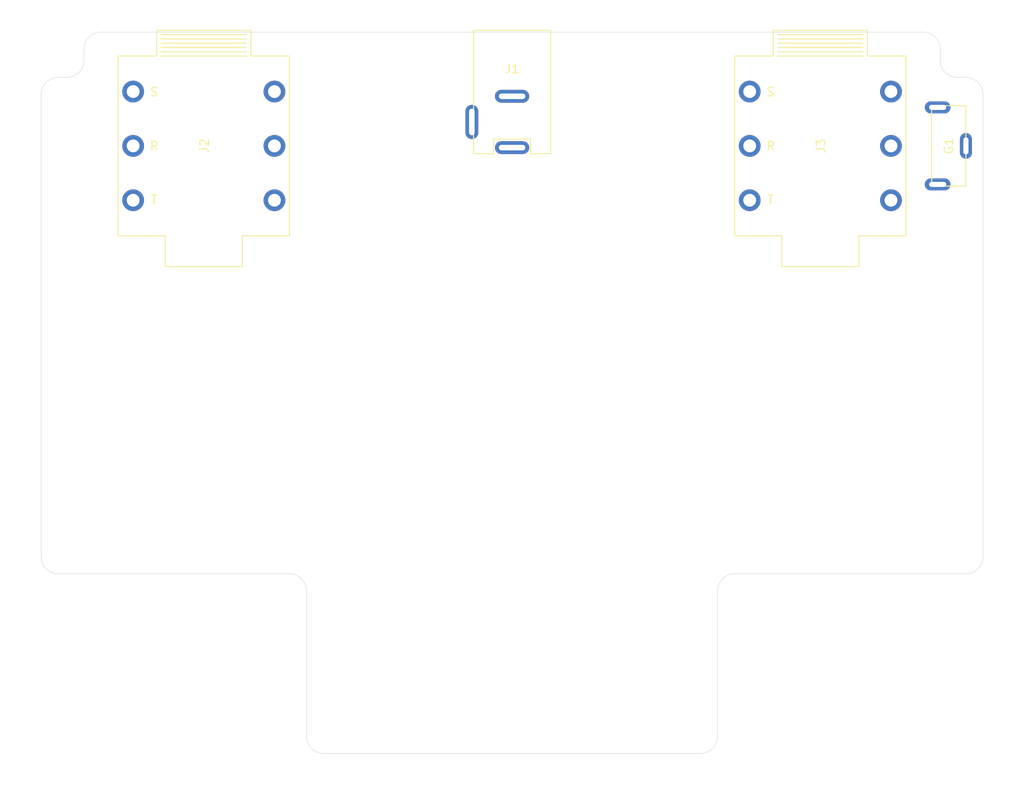
<source format=kicad_pcb>
(kicad_pcb (version 20171130) (host pcbnew "(5.1.10)-1")

  (general
    (thickness 1.6)
    (drawings 52)
    (tracks 0)
    (zones 0)
    (modules 4)
    (nets 8)
  )

  (page A4)
  (layers
    (0 F.Cu signal)
    (31 B.Cu signal)
    (32 B.Adhes user)
    (33 F.Adhes user)
    (34 B.Paste user)
    (35 F.Paste user)
    (36 B.SilkS user)
    (37 F.SilkS user)
    (38 B.Mask user)
    (39 F.Mask user)
    (40 Dwgs.User user)
    (41 Cmts.User user hide)
    (44 Edge.Cuts user)
    (45 Margin user)
    (46 B.CrtYd user hide)
    (47 F.CrtYd user hide)
    (48 B.Fab user hide)
    (49 F.Fab user hide)
  )

  (setup
    (last_trace_width 0.15)
    (user_trace_width 0.25)
    (user_trace_width 0.5)
    (user_trace_width 1)
    (trace_clearance 0.2)
    (zone_clearance 0.25)
    (zone_45_only no)
    (trace_min 0.15)
    (via_size 0.8)
    (via_drill 0.4)
    (via_min_size 0.8)
    (via_min_drill 0.4)
    (uvia_size 0.45)
    (uvia_drill 0.2)
    (uvias_allowed no)
    (uvia_min_size 0.45)
    (uvia_min_drill 0.2)
    (edge_width 0.05)
    (segment_width 0.2)
    (pcb_text_width 0.3)
    (pcb_text_size 1.5 1.5)
    (mod_edge_width 0.12)
    (mod_text_size 1 1)
    (mod_text_width 0.15)
    (pad_size 1.524 1.524)
    (pad_drill 0.762)
    (pad_to_mask_clearance 0)
    (aux_axis_origin 0 0)
    (visible_elements 7FFFFFFF)
    (pcbplotparams
      (layerselection 0x010fc_ffffffff)
      (usegerberextensions false)
      (usegerberattributes true)
      (usegerberadvancedattributes true)
      (creategerberjobfile true)
      (excludeedgelayer true)
      (linewidth 0.100000)
      (plotframeref false)
      (viasonmask false)
      (mode 1)
      (useauxorigin false)
      (hpglpennumber 1)
      (hpglpenspeed 20)
      (hpglpendiameter 15.000000)
      (psnegative false)
      (psa4output false)
      (plotreference true)
      (plotvalue true)
      (plotinvisibletext false)
      (padsonsilk false)
      (subtractmaskfromsilk false)
      (outputformat 1)
      (mirror false)
      (drillshape 0)
      (scaleselection 1)
      (outputdirectory "gerber-files/"))
  )

  (net 0 "")
  (net 1 Earth)
  (net 2 "Net-(J1-Pad1)")
  (net 3 "Net-(J1-Pad2)")
  (net 4 "Net-(J1-Pad3)")
  (net 5 "Net-(J2-Pad5)")
  (net 6 /input_jack)
  (net 7 /output_jack)

  (net_class Default "This is the default net class."
    (clearance 0.2)
    (trace_width 0.15)
    (via_dia 0.8)
    (via_drill 0.4)
    (uvia_dia 0.45)
    (uvia_drill 0.2)
    (add_net /input_jack)
    (add_net /output_jack)
    (add_net "Net-(J1-Pad1)")
    (add_net "Net-(J1-Pad2)")
    (add_net "Net-(J1-Pad3)")
    (add_net "Net-(J2-Pad5)")
  )

  (net_class PWR ""
    (clearance 0.2)
    (trace_width 0.25)
    (via_dia 0.8)
    (via_drill 0.4)
    (uvia_dia 0.45)
    (uvia_drill 0.2)
    (add_net Earth)
  )

  (module bca-footprints:DC_Jack_DC005 locked (layer F.Cu) (tedit 61FC325F) (tstamp 620E18F1)
    (at 0 -43.5)
    (path /626C720D)
    (fp_text reference J1 (at 0 4.5) (layer F.SilkS)
      (effects (font (size 1 1) (thickness 0.15)))
    )
    (fp_text value Barrel_Jack_Switch (at 0 1.2) (layer F.Fab)
      (effects (font (size 1 1) (thickness 0.15)))
    )
    (fp_line (start -2.15 12.7) (end -2.15 14.4) (layer F.SilkS) (width 0.12))
    (fp_line (start 2.15 12.7) (end -2.15 12.7) (layer F.SilkS) (width 0.12))
    (fp_line (start 2.15 14.4) (end 2.15 12.7) (layer F.SilkS) (width 0.12))
    (fp_line (start 2.15 14.4) (end 4.5 14.4) (layer F.SilkS) (width 0.12))
    (fp_line (start -4.5 0) (end -4.5 14.4) (layer F.SilkS) (width 0.12))
    (fp_line (start -4.5 14.4) (end -2.15 14.4) (layer F.SilkS) (width 0.12))
    (fp_line (start 4.5 0) (end 4.5 14.4) (layer F.SilkS) (width 0.12))
    (fp_line (start -4.5 0) (end 4.5 0) (layer F.SilkS) (width 0.12))
    (pad 1 thru_hole oval (at 0 13.7 90) (size 1.5 4) (drill oval 0.65 3.1) (layers *.Cu *.Mask)
      (net 2 "Net-(J1-Pad1)"))
    (pad 2 thru_hole oval (at 0 7.7 90) (size 1.5 4) (drill oval 0.65 3.1) (layers *.Cu *.Mask)
      (net 3 "Net-(J1-Pad2)"))
    (pad 3 thru_hole oval (at -4.7 10.7 180) (size 1.5 4) (drill oval 0.65 3.1) (layers *.Cu *.Mask)
      (net 4 "Net-(J1-Pad3)"))
    (model "C:/Users/Mark Bennett/github/kicad/bca-kicad-lib/bca-3d/DS-210.step"
      (at (xyz 0 0 0))
      (scale (xyz 1 1 1))
      (rotate (xyz 0 0 0))
    )
  )

  (module bca-footprints:Rean_NYS215 locked (layer F.Cu) (tedit 6201CB47) (tstamp 620E1910)
    (at -36 -30)
    (path /626C4482)
    (fp_text reference J2 (at 0.075 0 90) (layer F.SilkS)
      (effects (font (size 1 1) (thickness 0.15)))
    )
    (fp_text value AudioJack_TRS (at 0 0 90) (layer F.Fab) hide
      (effects (font (size 1 1) (thickness 0.15)))
    )
    (fp_line (start 5 -10.5) (end -5 -10.5) (layer F.SilkS) (width 0.12))
    (fp_line (start -5 -11) (end 5 -11) (layer F.SilkS) (width 0.12))
    (fp_line (start 5 -11.5) (end -5 -11.5) (layer F.SilkS) (width 0.12))
    (fp_line (start -5 -12) (end 5 -12) (layer F.SilkS) (width 0.12))
    (fp_line (start 5 -12.5) (end -5 -12.5) (layer F.SilkS) (width 0.12))
    (fp_line (start -5 -13) (end 5 -13) (layer F.SilkS) (width 0.12))
    (fp_line (start -5.5 -10.5) (end -10 -10.5) (layer F.SilkS) (width 0.12))
    (fp_line (start -5.5 -13.5) (end -5.5 -10.5) (layer F.SilkS) (width 0.12))
    (fp_line (start 5.5 -13.5) (end -5.5 -13.5) (layer F.SilkS) (width 0.12))
    (fp_line (start 5.5 -10.5) (end 5.5 -13.5) (layer F.SilkS) (width 0.12))
    (fp_line (start 10 -10.5) (end 5.5 -10.5) (layer F.SilkS) (width 0.12))
    (fp_line (start 4.5 10.5) (end 10 10.5) (layer F.SilkS) (width 0.12))
    (fp_line (start 4.5 14.1) (end 4.5 10.5) (layer F.SilkS) (width 0.12))
    (fp_line (start -4.5 14.1) (end 4.5 14.1) (layer F.SilkS) (width 0.12))
    (fp_line (start -4.5 10.5) (end -4.5 14.1) (layer F.SilkS) (width 0.12))
    (fp_line (start -10 10.5) (end -4.5 10.5) (layer F.SilkS) (width 0.12))
    (fp_line (start -10 10.5) (end -10 -10.5) (layer F.SilkS) (width 0.12))
    (fp_line (start 10 -10.5) (end 10 10.5) (layer F.SilkS) (width 0.12))
    (fp_text user R (at -5.8 0) (layer F.SilkS)
      (effects (font (size 1 1) (thickness 0.15)))
    )
    (fp_text user S (at -5.8 -6.3) (layer F.SilkS)
      (effects (font (size 1 1) (thickness 0.15)))
    )
    (fp_text user T (at -5.8 6.3) (layer F.SilkS)
      (effects (font (size 1 1) (thickness 0.15)))
    )
    (pad 3 thru_hole circle (at -8.25 -6.35) (size 2.54 2.54) (drill 1.5) (layers *.Cu *.Mask)
      (net 1 Earth))
    (pad 2 thru_hole circle (at -8.25 0) (size 2.54 2.54) (drill 1.5) (layers *.Cu *.Mask)
      (net 2 "Net-(J1-Pad1)"))
    (pad 1 thru_hole circle (at -8.25 6.35) (size 2.54 2.54) (drill 1.5) (layers *.Cu *.Mask)
      (net 6 /input_jack))
    (pad 6 thru_hole circle (at 8.25 -6.35) (size 2.54 2.54) (drill 1.5) (layers *.Cu *.Mask)
      (net 1 Earth))
    (pad 5 thru_hole circle (at 8.25 0) (size 2.54 2.54) (drill 1.5) (layers *.Cu *.Mask)
      (net 5 "Net-(J2-Pad5)"))
    (pad 4 thru_hole circle (at 8.25 6.35) (size 2.54 2.54) (drill 1.5) (layers *.Cu *.Mask)
      (net 1 Earth))
    (model ${BCA3DMOD}/A-1122.step
      (at (xyz 0 0 0))
      (scale (xyz 1 1 1))
      (rotate (xyz 0 0 0))
    )
  )

  (module bca-footprints:Rean_NYS215 locked (layer F.Cu) (tedit 6201CB47) (tstamp 620E192F)
    (at 36 -30)
    (path /626C9CAA)
    (fp_text reference J3 (at 0.075 0 90) (layer F.SilkS)
      (effects (font (size 1 1) (thickness 0.15)))
    )
    (fp_text value AudioJack_TRS (at 0 0 90) (layer F.Fab) hide
      (effects (font (size 1 1) (thickness 0.15)))
    )
    (fp_line (start 10 -10.5) (end 10 10.5) (layer F.SilkS) (width 0.12))
    (fp_line (start -10 10.5) (end -10 -10.5) (layer F.SilkS) (width 0.12))
    (fp_line (start -10 10.5) (end -4.5 10.5) (layer F.SilkS) (width 0.12))
    (fp_line (start -4.5 10.5) (end -4.5 14.1) (layer F.SilkS) (width 0.12))
    (fp_line (start -4.5 14.1) (end 4.5 14.1) (layer F.SilkS) (width 0.12))
    (fp_line (start 4.5 14.1) (end 4.5 10.5) (layer F.SilkS) (width 0.12))
    (fp_line (start 4.5 10.5) (end 10 10.5) (layer F.SilkS) (width 0.12))
    (fp_line (start 10 -10.5) (end 5.5 -10.5) (layer F.SilkS) (width 0.12))
    (fp_line (start 5.5 -10.5) (end 5.5 -13.5) (layer F.SilkS) (width 0.12))
    (fp_line (start 5.5 -13.5) (end -5.5 -13.5) (layer F.SilkS) (width 0.12))
    (fp_line (start -5.5 -13.5) (end -5.5 -10.5) (layer F.SilkS) (width 0.12))
    (fp_line (start -5.5 -10.5) (end -10 -10.5) (layer F.SilkS) (width 0.12))
    (fp_line (start -5 -13) (end 5 -13) (layer F.SilkS) (width 0.12))
    (fp_line (start 5 -12.5) (end -5 -12.5) (layer F.SilkS) (width 0.12))
    (fp_line (start -5 -12) (end 5 -12) (layer F.SilkS) (width 0.12))
    (fp_line (start 5 -11.5) (end -5 -11.5) (layer F.SilkS) (width 0.12))
    (fp_line (start -5 -11) (end 5 -11) (layer F.SilkS) (width 0.12))
    (fp_line (start 5 -10.5) (end -5 -10.5) (layer F.SilkS) (width 0.12))
    (fp_text user T (at -5.8 6.3) (layer F.SilkS)
      (effects (font (size 1 1) (thickness 0.15)))
    )
    (fp_text user S (at -5.8 -6.3) (layer F.SilkS)
      (effects (font (size 1 1) (thickness 0.15)))
    )
    (fp_text user R (at -5.8 0) (layer F.SilkS)
      (effects (font (size 1 1) (thickness 0.15)))
    )
    (pad 4 thru_hole circle (at 8.25 6.35) (size 2.54 2.54) (drill 1.5) (layers *.Cu *.Mask)
      (net 1 Earth))
    (pad 5 thru_hole circle (at 8.25 0) (size 2.54 2.54) (drill 1.5) (layers *.Cu *.Mask)
      (net 1 Earth))
    (pad 6 thru_hole circle (at 8.25 -6.35) (size 2.54 2.54) (drill 1.5) (layers *.Cu *.Mask)
      (net 1 Earth))
    (pad 1 thru_hole circle (at -8.25 6.35) (size 2.54 2.54) (drill 1.5) (layers *.Cu *.Mask)
      (net 7 /output_jack))
    (pad 2 thru_hole circle (at -8.25 0) (size 2.54 2.54) (drill 1.5) (layers *.Cu *.Mask)
      (net 1 Earth))
    (pad 3 thru_hole circle (at -8.25 -6.35) (size 2.54 2.54) (drill 1.5) (layers *.Cu *.Mask)
      (net 1 Earth))
    (model ${BCA3DMOD}/A-1122.step
      (at (xyz 0 0 0))
      (scale (xyz 1 1 1))
      (rotate (xyz 0 0 0))
    )
  )

  (module bca-footprints:Keystone_628 locked (layer F.Cu) (tedit 6348BBE5) (tstamp 647FAA01)
    (at 53 -30 270)
    (descr "Keystone Electronics 628 AAA negative battery contact ")
    (path /647FAB68)
    (fp_text reference G1 (at 0 2 90) (layer F.SilkS)
      (effects (font (size 1 1) (thickness 0.15)))
    )
    (fp_text value GNDSpring (at 0 2 90) (layer F.Fab)
      (effects (font (size 1 1) (thickness 0.15)))
    )
    (fp_line (start 0 0) (end 4.7 0) (layer F.SilkS) (width 0.12))
    (fp_line (start 4.7 0) (end 4.7 4) (layer F.SilkS) (width 0.12))
    (fp_line (start 4.7 4) (end -4.7 4) (layer F.SilkS) (width 0.12))
    (fp_line (start -4.7 4) (end -4.7 0) (layer F.SilkS) (width 0.12))
    (fp_line (start -4.7 0) (end 0 0) (layer F.SilkS) (width 0.12))
    (pad 1 thru_hole oval (at -4.5 3.3) (size 3 1.4) (drill oval 2 0.6) (layers *.Cu *.Mask)
      (net 1 Earth))
    (pad 1 thru_hole oval (at 4.5 3.3) (size 3 1.4) (drill oval 2 0.6) (layers *.Cu *.Mask)
      (net 1 Earth))
    (pad 1 thru_hole oval (at 0 0 270) (size 3 1.4) (drill oval 2 0.6) (layers *.Cu *.Mask)
      (net 1 Earth))
    (model ${BCA3DMOD}/keystone-PN628.STEP
      (offset (xyz -0.6 -2.1 6.5))
      (scale (xyz 1 1 1))
      (rotate (xyz -90 0 -90))
    )
  )

  (gr_arc (start -26 22) (end -24 22) (angle -90) (layer Edge.Cuts) (width 0.05) (tstamp 6221775B))
  (gr_arc (start -53 18) (end -55 18) (angle -90) (layer Edge.Cuts) (width 0.05) (tstamp 62217751))
  (gr_arc (start -53 -36) (end -53 -38) (angle -90) (layer Edge.Cuts) (width 0.05) (tstamp 62217742))
  (gr_arc (start -52 -40) (end -52 -38) (angle -90) (layer Edge.Cuts) (width 0.05) (tstamp 6221773E))
  (gr_arc (start -48 -41.3) (end -48 -43.3) (angle -90) (layer Edge.Cuts) (width 0.05) (tstamp 62217735))
  (gr_arc (start 48 -41.3) (end 50 -41.3) (angle -90) (layer Edge.Cuts) (width 0.05) (tstamp 6221772B))
  (gr_arc (start 52 -40) (end 50 -40) (angle -90) (layer Edge.Cuts) (width 0.05) (tstamp 6221771C))
  (gr_arc (start 53 -36) (end 55 -36) (angle -90) (layer Edge.Cuts) (width 0.05) (tstamp 62217719))
  (gr_arc (start 53 18) (end 53 20) (angle -90) (layer Edge.Cuts) (width 0.05) (tstamp 62217710))
  (gr_arc (start 26 22) (end 26 20) (angle -90) (layer Edge.Cuts) (width 0.05) (tstamp 62217706))
  (gr_arc (start 22 39) (end 22 41) (angle -90) (layer Edge.Cuts) (width 0.05) (tstamp 622176FA))
  (gr_arc (start -22 39) (end -24 39) (angle -90) (layer Edge.Cuts) (width 0.05))
  (gr_line (start 48 -43.3) (end -48 -43.3) (layer Edge.Cuts) (width 0.05) (tstamp 621295F2))
  (gr_line (start 50 -40) (end 50 -41.3) (layer Edge.Cuts) (width 0.05))
  (gr_line (start 53 -38) (end 52 -38) (layer Edge.Cuts) (width 0.05))
  (gr_line (start 55 18) (end 55 -36) (layer Edge.Cuts) (width 0.05))
  (gr_line (start 26 20) (end 53 20) (layer Edge.Cuts) (width 0.05))
  (gr_line (start 24 39) (end 24 22) (layer Edge.Cuts) (width 0.05) (tstamp 620DFBAA))
  (gr_line (start -22 41) (end 22 41) (layer Edge.Cuts) (width 0.05))
  (gr_line (start -24 22) (end -24 39) (layer Edge.Cuts) (width 0.05))
  (gr_line (start -53 20) (end -26 20) (layer Edge.Cuts) (width 0.05))
  (gr_line (start -55 -36) (end -55 18) (layer Edge.Cuts) (width 0.05))
  (gr_line (start -52 -38) (end -53 -38) (layer Edge.Cuts) (width 0.05))
  (gr_line (start -50 -41.3) (end -50 -40) (layer Edge.Cuts) (width 0.05))
  (gr_line (start -59.75 42) (end -59.75 -42) (layer Dwgs.User) (width 0.1))
  (gr_line (start 54.75 47) (end -54.75 47) (layer Dwgs.User) (width 0.1))
  (gr_line (start 59.75 42) (end 59.75 -42) (layer Dwgs.User) (width 0.1))
  (gr_line (start 54.75 -47) (end -54.75 -47) (layer Dwgs.User) (width 0.1))
  (gr_circle (center -54.75 -42) (end -54.75 -44) (layer Dwgs.User) (width 0.1))
  (gr_circle (center -54.75 42) (end -54.75 40) (layer Dwgs.User) (width 0.1))
  (gr_circle (center 54.75 42) (end 54.75 40) (layer Dwgs.User) (width 0.1))
  (gr_circle (center 54.75 -42) (end 54.75 -44) (layer Dwgs.User) (width 0.1))
  (gr_line (start -56.33 39) (end -56.33 -39) (layer Dwgs.User) (width 0.1))
  (gr_line (start 56.33 39) (end 56.33 -39) (layer Dwgs.User) (width 0.1))
  (gr_line (start -51.75 43.58) (end 51.75 43.58) (layer Dwgs.User) (width 0.1))
  (gr_line (start -51.75 -43.58) (end 51.75 -43.58) (layer Dwgs.User) (width 0.1))
  (gr_line (start 56.33 39) (end 54.8 39) (layer Dwgs.User) (width 0.1))
  (gr_line (start 51.75 42) (end 51.75 43.58) (layer Dwgs.User) (width 0.1))
  (gr_arc (start 54.75 42) (end 54.8 38.999996) (angle -91.000041) (layer Dwgs.User) (width 0.1))
  (gr_arc (start -54.75 42) (end -51.749997 42.049997) (angle -90.9999587) (layer Dwgs.User) (width 0.1))
  (gr_line (start -51.75 43.58) (end -51.75 42.05) (layer Dwgs.User) (width 0.1))
  (gr_line (start -54.75 38.9996) (end -56.33 39) (layer Dwgs.User) (width 0.1))
  (gr_line (start -56.33 -39) (end -54.8 -39) (layer Dwgs.User) (width 0.1))
  (gr_line (start -51.74958 -42) (end -51.75 -43.58) (layer Dwgs.User) (width 0.1))
  (gr_arc (start -54.75 -42) (end -54.800009 -38.999996) (angle -91) (layer Dwgs.User) (width 0.1))
  (gr_arc (start 54.75 -42) (end 51.749996 -42.049997) (angle -90.9998) (layer Dwgs.User) (width 0.1))
  (gr_line (start 51.75 -43.58) (end 51.75 -42.05) (layer Dwgs.User) (width 0.1))
  (gr_line (start 54.75 -38.9996) (end 56.33 -39) (layer Dwgs.User) (width 0.1))
  (gr_arc (start 54.75 -42) (end 59.75 -42) (angle -90) (layer Dwgs.User) (width 0.1))
  (gr_arc (start 54.75 42) (end 54.75 47) (angle -90) (layer Dwgs.User) (width 0.1))
  (gr_arc (start -54.75 42) (end -59.75 42) (angle -90) (layer Dwgs.User) (width 0.1))
  (gr_arc (start -54.75 -42) (end -54.75 -47) (angle -90) (layer Dwgs.User) (width 0.1))

)

</source>
